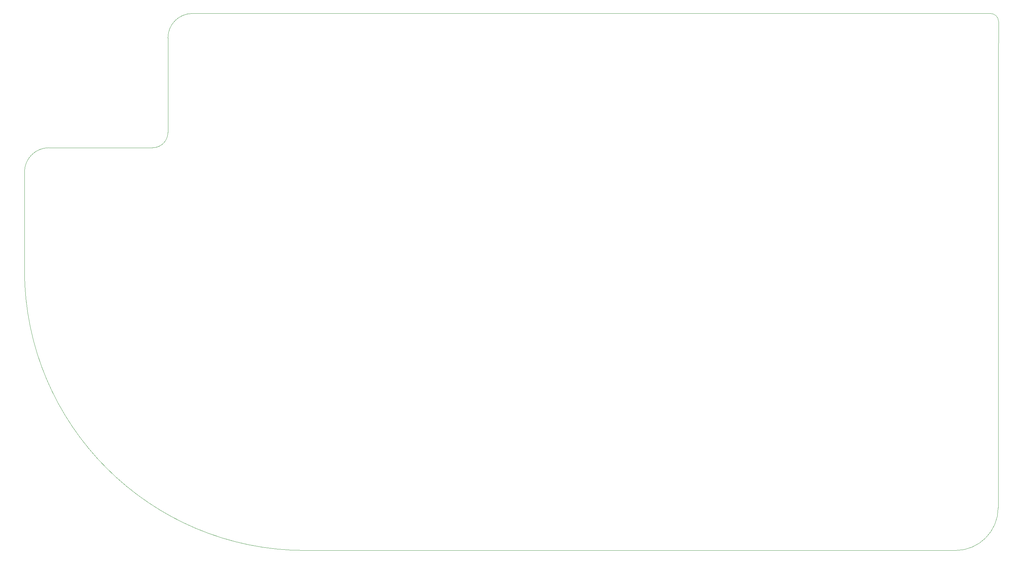
<source format=gbr>
%TF.GenerationSoftware,KiCad,Pcbnew,(5.1.9)-1*%
%TF.CreationDate,2021-04-06T00:29:57+03:00*%
%TF.ProjectId,SplitHside2,53706c69-7448-4736-9964-65322e6b6963,rev?*%
%TF.SameCoordinates,Original*%
%TF.FileFunction,Profile,NP*%
%FSLAX46Y46*%
G04 Gerber Fmt 4.6, Leading zero omitted, Abs format (unit mm)*
G04 Created by KiCad (PCBNEW (5.1.9)-1) date 2021-04-06 00:29:57*
%MOMM*%
%LPD*%
G01*
G04 APERTURE LIST*
%TA.AperFunction,Profile*%
%ADD10C,0.050000*%
%TD*%
G04 APERTURE END LIST*
D10*
X253300150Y-23514350D02*
X253206249Y-34925001D01*
X238918751Y-21409219D02*
X251216600Y-21430800D01*
X251216600Y-21430800D02*
G75*
G02*
X253300150Y-23514350I0J-2083550D01*
G01*
X0Y-73025000D02*
X0Y-62706250D01*
X0Y-62706250D02*
G75*
G02*
X6350000Y-56356250I6350000J0D01*
G01*
X0Y-88106250D02*
X0Y-73025000D01*
X73025000Y-161131250D02*
X242093750Y-161131250D01*
X73025000Y-161131250D02*
G75*
G02*
X0Y-88106250I0J73025000D01*
G01*
X37306250Y-52387500D02*
X37306250Y-27781250D01*
X15875000Y-56356250D02*
X33337500Y-56356250D01*
X37306250Y-52387500D02*
G75*
G02*
X33337500Y-56356250I-3968750J0D01*
G01*
X43656250Y-21431250D02*
X45243750Y-21431250D01*
X37306250Y-27781250D02*
G75*
G02*
X43656250Y-21431250I6350000J0D01*
G01*
X253206250Y-150018750D02*
X253206249Y-34925001D01*
X253206250Y-150018750D02*
G75*
G02*
X242093750Y-161131250I-11112500J0D01*
G01*
X238918751Y-21409219D02*
X45243750Y-21431250D01*
X6350000Y-56356250D02*
X15875000Y-56356250D01*
M02*

</source>
